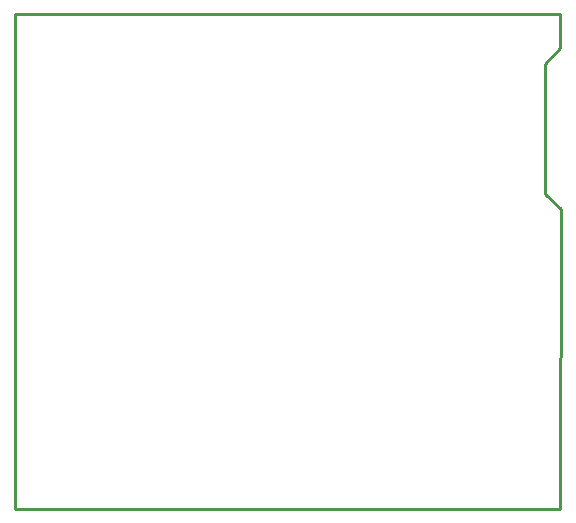
<source format=gko>
G04 EAGLE Gerber RS-274X export*
G75*
%MOMM*%
%FSLAX34Y34*%
%LPD*%
%INBoard Outline*%
%IPPOS*%
%AMOC8*
5,1,8,0,0,1.08239X$1,22.5*%
G01*
%ADD10C,0.000000*%
%ADD11C,0.254000*%


D10*
X0Y0D02*
X461520Y0D01*
X462280Y254000D01*
X448310Y266700D01*
X448310Y377190D01*
X461520Y390400D01*
X461520Y419000D01*
X0Y419000D01*
X0Y0D01*
D11*
X0Y0D02*
X461520Y0D01*
X462280Y254000D01*
X448310Y266700D01*
X448310Y377190D01*
X461520Y390400D01*
X461520Y419000D01*
X0Y419000D01*
X0Y0D01*
M02*

</source>
